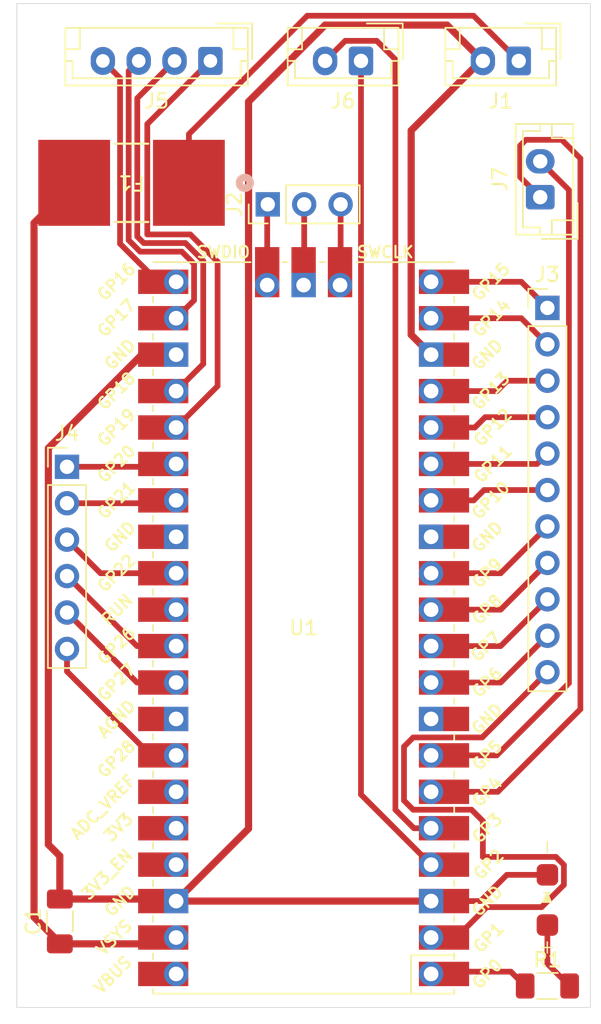
<source format=kicad_pcb>
(kicad_pcb (version 20240108) (generator "pcbnew") (generator_version "8.0")
  (layers (0 "F.Cu" signal) (31 "B.Cu" signal) (34 "B.Paste" user) (35 "F.Paste" user) (36 "B.SilkS" user "B.Silkscreen") (37 "F.SilkS" user "F.Silkscreen") (38 "B.Mask" user) (39 "F.Mask" user) (44 "Edge.Cuts" user))
  (net 0 "")
  (net 1 "GND")
  (net 2 "VCC")
  (net 3 "Net-(J1-Pin_1)")
  (net 4 "Net-(J2-Pin_1)")
  (net 5 "Net-(J2-Pin_2)")
  (net 6 "Net-(J2-Pin_3)")
  (net 7 "GPIO15")
  (net 8 "GPIO10")
  (net 9 "GPIO9")
  (net 10 "GPIO1")
  (net 11 "GPIO8")
  (net 12 "GPIO13")
  (net 13 "GPIO6")
  (net 14 "GPIO14")
  (net 15 "GPIO7")
  (net 16 "GPIO11")
  (net 17 "GPIO12")
  (net 18 "GPIO26")
  (net 19 "GPIO28")
  (net 20 "GPIO20")
  (net 21 "GPIO27")
  (net 22 "GPIO22")
  (net 23 "GPIO21")
  (net 24 "Net-(LED1-Pad1)")
  (net 25 "POWER_LED")
  (net 33 "SPI0_SCK")
  (net 34 "SPI0_CSn")
  (net 35 "SPI0_RX")
  (net 36 "SPI0_TX")
  (net 37 "I2C1_SDA")
  (net 38 "I2C1_SCL")
  (net 39 "UART1_RX")
  (net 40 "UART1_TX")
  (footprint "HSMS_C150:LED3_HSMx-C110_AVA" (layer "F.Cu") (at 182 118.5 90)
    (property "Reference" "LED1" (hide yes))
    (property "Value" "HSMS-C150")
    (fp_line (start 0.5 -0.25) (end 0.5 0.25) (stroke (width 0.1)) (layer "F.SilkS"))
    (fp_poly (pts (xy -0.755172 -0.037931) (xy -0.155172 -0.037931) (xy -0.155172 -0.337931) (xy 0.5 0) (xy -0.155172 0.262069) (xy -0.155172 -0.037931) (xy -0.755172 -0.037931)) (stroke (width 0.1)) (fill solid) (layer "F.SilkS"))
    (fp_text user "-" (at 3 0.5 90) (layer "F.SilkS") (effects (font (thickness 0.1)) (justify left bottom)))
    (fp_text user "+" (at -4 0.5 90) (layer "F.SilkS") (effects (font (thickness 0.1)) (justify left bottom)))
    (pad "1" smd roundrect (at -1.75 0 90) (size 1.5 1.5) (layers "F.Cu" "F.Paste" "F.Mask") (net 24 "Net-(LED1-Pad1)"))
    (pad "2" smd roundrect (at 1.75 0 90) (size 1.5 1.5) (layers "F.Cu" "F.Paste" "F.Mask") (net 1 "GND"))
  )
  (footprint "Connector_JST:JST_EH_B4B-EH-A_1x04_P2.50mm_Vertical" (layer "F.Cu") (at 158.5 60 180)
    (property "Reference" "J5" (at 3.75 -2.8 360) (layer "F.SilkS"))
    (property "Value" "SPI 0")
    (fp_line (start 10.11 2.31) (end 10.11 -1.71) (stroke (width 0.12)) (layer "F.SilkS"))
    (fp_line (start 10.11 0.81) (end 9.11 0.81) (stroke (width 0.12)) (layer "F.SilkS"))
    (fp_line (start 10.11 -1.71) (end -2.61 -1.71) (stroke (width 0.12)) (layer "F.SilkS"))
    (fp_line (start 9.61 0) (end 10.11 0) (stroke (width 0.12)) (layer "F.SilkS"))
    (fp_line (start 9.61 -1.21) (end 9.61 0) (stroke (width 0.12)) (layer "F.SilkS"))
    (fp_line (start 9.11 0.81) (end 9.11 2.31) (stroke (width 0.12)) (layer "F.SilkS"))
    (fp_line (start -1.61 0.81) (end -1.61 2.31) (stroke (width 0.12)) (layer "F.SilkS"))
    (fp_line (start -2.11 0) (end -2.11 -1.21) (stroke (width 0.12)) (layer "F.SilkS"))
    (fp_line (start -2.11 -1.21) (end 9.61 -1.21) (stroke (width 0.12)) (layer "F.SilkS"))
    (fp_line (start -2.61 2.31) (end 10.11 2.31) (stroke (width 0.12)) (layer "F.SilkS"))
    (fp_line (start -2.61 0.81) (end -1.61 0.81) (stroke (width 0.12)) (layer "F.SilkS"))
    (fp_line (start -2.61 0) (end -2.11 0) (stroke (width 0.12)) (layer "F.SilkS"))
    (fp_line (start -2.61 -1.71) (end -2.61 2.31) (stroke (width 0.12)) (layer "F.SilkS"))
    (fp_line (start -2.91 2.61) (end -0.41 2.61) (stroke (width 0.12)) (layer "F.SilkS"))
    (fp_line (start -2.91 0.11) (end -2.91 2.61) (stroke (width 0.12)) (layer "F.SilkS"))
    (pad "1" thru_hole roundrect (at 0 0 180) (size 1.7 1.95) (drill 0.95) (layers "*.Cu" "*.Mask") (roundrect_rratio 0.147059) (net 36 "SPI0_TX"))
    (pad "2" thru_hole oval (at 2.5 0 180) (size 1.7 1.95) (drill 0.95) (layers "*.Cu" "*.Mask") (net 33 "SPI0_SCK"))
    (pad "3" thru_hole oval (at 5 0 180) (size 1.7 1.95) (drill 0.95) (layers "*.Cu" "*.Mask") (net 34 "SPI0_CSn"))
    (pad "4" thru_hole oval (at 7.5 0 180) (size 1.7 1.95) (drill 0.95) (layers "*.Cu" "*.Mask") (net 35 "SPI0_RX"))
  )
  (footprint "Capacitor_SMD:C_1206_3216Metric_Pad1.33x1.80mm_HandSolder" (layer "F.Cu") (at 148 120 90)
    (property "Reference" "C1" (at 0 -1.85 90) (layer "F.SilkS"))
    (property "Value" "100nF")
    (fp_line (start -0.711252 -0.91) (end 0.711252 -0.91) (stroke (width 0.12)) (layer "F.SilkS"))
    (fp_line (start -0.711252 0.91) (end 0.711252 0.91) (stroke (width 0.12)) (layer "F.SilkS"))
    (pad "1" smd roundrect (at -1.5625 0 90) (size 1.325 1.8) (layers "F.Cu" "F.Paste" "F.Mask") (roundrect_rratio 0.188679) (net 2 "VCC"))
    (pad "2" smd roundrect (at 1.5625 0 90) (size 1.325 1.8) (layers "F.Cu" "F.Paste" "F.Mask") (roundrect_rratio 0.188679) (net 1 "GND"))
  )
  (footprint "FUSE_0031.7701.11_SCH:FUSE_0031.7701.11_SCH" (layer "F.Cu") (at 153 68.5 180)
    (property "Reference" "F1" (at 0 0 180) (layer "F.SilkS"))
    (property "Value" "0031.7701.11")
    (fp_circle (center -7.8994 0) (end -7.5184 0) (stroke (width 0.508)) (fill none) (layer "B.SilkS"))
    (fp_line (start 1.16536 -2.7305) (end -1.16536 -2.7305) (stroke (width 0.1524)) (layer "F.SilkS"))
    (fp_line (start -1.16536 2.7305) (end 1.16536 2.7305) (stroke (width 0.1524)) (layer "F.SilkS"))
    (fp_circle (center -7.8994 0) (end -7.5184 0) (stroke (width 0.508)) (fill none) (layer "F.SilkS"))
    (pad "1" smd rect (at -4 0 180) (size 5.0038 5.9944) (layers "F.Cu" "F.Paste" "F.Mask") (net 3 "Net-(J1-Pin_1)"))
    (pad "2" smd rect (at 4 0 180) (size 5.0038 5.9944) (layers "F.Cu" "F.Paste" "F.Mask") (net 2 "VCC"))
  )
  (footprint "Resistor_SMD:R_1206_3216Metric_Pad1.30x1.75mm_HandSolder" (layer "F.Cu") (at 182 124.5)
    (property "Reference" "R1" (at 0 -1.82 360) (layer "F.SilkS"))
    (property "Value" "330")
    (fp_line (start -0.727064 -0.91) (end 0.727064 -0.91) (stroke (width 0.12)) (layer "F.SilkS"))
    (fp_line (start -0.727064 0.91) (end 0.727064 0.91) (stroke (width 0.12)) (layer "F.SilkS"))
    (pad "1" smd roundrect (at -1.55 0) (size 1.3 1.75) (layers "F.Cu" "F.Paste" "F.Mask") (roundrect_rratio 0.192308) (net 25 "POWER_LED"))
    (pad "2" smd roundrect (at 1.55 0) (size 1.3 1.75) (layers "F.Cu" "F.Paste" "F.Mask") (roundrect_rratio 0.192308) (net 24 "Net-(LED1-Pad1)"))
  )
  (footprint "Connector_PinHeader_2.54mm:PinHeader_1x06_P2.54mm_Vertical" (layer "F.Cu") (at 148.5 88.3)
    (property "Reference" "J4" (at 0 -2.33 0) (layer "F.SilkS"))
    (property "Value" "Conn_01x06")
    (fp_line (start -1.33 -1.33) (end 0 -1.33) (stroke (width 0.12)) (layer "F.SilkS"))
    (fp_line (start -1.33 0) (end -1.33 -1.33) (stroke (width 0.12)) (layer "F.SilkS"))
    (fp_line (start -1.33 1.27) (end -1.33 14.03) (stroke (width 0.12)) (layer "F.SilkS"))
    (fp_line (start -1.33 1.27) (end 1.33 1.27) (stroke (width 0.12)) (layer "F.SilkS"))
    (fp_line (start -1.33 14.03) (end 1.33 14.03) (stroke (width 0.12)) (layer "F.SilkS"))
    (fp_line (start 1.33 1.27) (end 1.33 14.03) (stroke (width 0.12)) (layer "F.SilkS"))
    (pad "1" thru_hole rect (at 0 0) (size 1.7 1.7) (drill 1) (layers "*.Cu" "*.Mask") (net 20 "GPIO20"))
    (pad "2" thru_hole oval (at 0 2.54) (size 1.7 1.7) (drill 1) (layers "*.Cu" "*.Mask") (net 23 "GPIO21"))
    (pad "3" thru_hole oval (at 0 5.08) (size 1.7 1.7) (drill 1) (layers "*.Cu" "*.Mask") (net 22 "GPIO22"))
    (pad "4" thru_hole oval (at 0 7.62) (size 1.7 1.7) (drill 1) (layers "*.Cu" "*.Mask") (net 18 "GPIO26"))
    (pad "5" thru_hole oval (at 0 10.16) (size 1.7 1.7) (drill 1) (layers "*.Cu" "*.Mask") (net 21 "GPIO27"))
    (pad "6" thru_hole oval (at 0 12.7) (size 1.7 1.7) (drill 1) (layers "*.Cu" "*.Mask") (net 19 "GPIO28"))
  )
  (footprint "Connector_JST:JST_EH_B2B-EH-A_1x02_P2.50mm_Vertical" (layer "F.Cu") (at 181.5 69.5 90)
    (property "Reference" "J7" (at 1.25 -2.8 90) (layer "F.SilkS"))
    (property "Value" "UART 1")
    (fp_line (start 5.11 -1.71) (end -2.61 -1.71) (stroke (width 0.12)) (layer "F.SilkS"))
    (fp_line (start -2.61 -1.71) (end -2.61 2.31) (stroke (width 0.12)) (layer "F.SilkS"))
    (fp_line (start 4.61 -1.21) (end 4.61 0) (stroke (width 0.12)) (layer "F.SilkS"))
    (fp_line (start -2.11 -1.21) (end 4.61 -1.21) (stroke (width 0.12)) (layer "F.SilkS"))
    (fp_line (start 4.61 0) (end 5.11 0) (stroke (width 0.12)) (layer "F.SilkS"))
    (fp_line (start -2.11 0) (end -2.11 -1.21) (stroke (width 0.12)) (layer "F.SilkS"))
    (fp_line (start -2.61 0) (end -2.11 0) (stroke (width 0.12)) (layer "F.SilkS"))
    (fp_line (start -2.91 0.11) (end -2.91 2.61) (stroke (width 0.12)) (layer "F.SilkS"))
    (fp_line (start 5.11 0.81) (end 4.11 0.81) (stroke (width 0.12)) (layer "F.SilkS"))
    (fp_line (start 4.11 0.81) (end 4.11 2.31) (stroke (width 0.12)) (layer "F.SilkS"))
    (fp_line (start -1.61 0.81) (end -1.61 2.31) (stroke (width 0.12)) (layer "F.SilkS"))
    (fp_line (start -2.61 0.81) (end -1.61 0.81) (stroke (width 0.12)) (layer "F.SilkS"))
    (fp_line (start 5.11 2.31) (end 5.11 -1.71) (stroke (width 0.12)) (layer "F.SilkS"))
    (fp_line (start -2.61 2.31) (end 5.11 2.31) (stroke (width 0.12)) (layer "F.SilkS"))
    (fp_line (start -2.91 2.61) (end -0.41 2.61) (stroke (width 0.12)) (layer "F.SilkS"))
    (pad "1" thru_hole roundrect (at 0 0 90) (size 1.7 2) (drill 1) (layers "*.Cu" "*.Mask") (roundrect_rratio 0.147059) (net 40 "UART1_TX"))
    (pad "2" thru_hole oval (at 2.5 0 90) (size 1.7 2) (drill 1) (layers "*.Cu" "*.Mask") (net 39 "UART1_RX"))
  )
  (footprint "MCU_RaspberryPi_and_Boards:RPi_Pico_SMD_TH" (layer "F.Cu") (at 165 99.53 180)
    (property "Reference" "U1" (at 0 0 360) (layer "F.SilkS"))
    (property "Value" "Pico")
    (fp_line (start 10.5 25.5) (end 3.7 25.5) (stroke (width 0.12)) (layer "F.SilkS"))
    (fp_line (start 10.5 22.7) (end 10.5 23.1) (stroke (width 0.12)) (layer "F.SilkS"))
    (fp_line (start 10.5 20.1) (end 10.5 20.5) (stroke (width 0.12)) (layer "F.SilkS"))
    (fp_line (start 10.5 17.6) (end 10.5 18) (stroke (width 0.12)) (layer "F.SilkS"))
    (fp_line (start 10.5 15.1) (end 10.5 15.5) (stroke (width 0.12)) (layer "F.SilkS"))
    (fp_line (start 10.5 12.5) (end 10.5 12.9) (stroke (width 0.12)) (layer "F.SilkS"))
    (fp_line (start 10.5 10) (end 10.5 10.4) (stroke (width 0.12)) (layer "F.SilkS"))
    (fp_line (start 10.5 7.4) (end 10.5 7.8) (stroke (width 0.12)) (layer "F.SilkS"))
    (fp_line (start 10.5 4.9) (end 10.5 5.3) (stroke (width 0.12)) (layer "F.SilkS"))
    (fp_line (start 10.5 2.3) (end 10.5 2.7) (stroke (width 0.12)) (layer "F.SilkS"))
    (fp_line (start 10.5 -0.2) (end 10.5 0.2) (stroke (width 0.12)) (layer "F.SilkS"))
    (fp_line (start 10.5 -2.7) (end 10.5 -2.3) (stroke (width 0.12)) (layer "F.SilkS"))
    (fp_line (start 10.5 -5.3) (end 10.5 -4.9) (stroke (width 0.12)) (layer "F.SilkS"))
    (fp_line (start 10.5 -7.8) (end 10.5 -7.4) (stroke (width 0.12)) (layer "F.SilkS"))
    (fp_line (start 10.5 -10.4) (end 10.5 -10) (stroke (width 0.12)) (layer "F.SilkS"))
    (fp_line (start 10.5 -12.9) (end 10.5 -12.5) (stroke (width 0.12)) (layer "F.SilkS"))
    (fp_line (start 10.5 -15.4) (end 10.5 -15) (stroke (width 0.12)) (layer "F.SilkS"))
    (fp_line (start 10.5 -18) (end 10.5 -17.6) (stroke (width 0.12)) (layer "F.SilkS"))
    (fp_line (start 10.5 -20.5) (end 10.5 -20.1) (stroke (width 0.12)) (layer "F.SilkS"))
    (fp_line (start 10.5 -23.1) (end 10.5 -22.7) (stroke (width 0.12)) (layer "F.SilkS"))
    (fp_line (start 10.5 -25.5) (end 10.5 -25.2) (stroke (width 0.12)) (layer "F.SilkS"))
    (fp_line (start 1.1 25.5) (end 1.5 25.5) (stroke (width 0.12)) (layer "F.SilkS"))
    (fp_line (start -1.5 25.5) (end -1.1 25.5) (stroke (width 0.12)) (layer "F.SilkS"))
    (fp_line (start -3.7 25.5) (end -10.5 25.5) (stroke (width 0.12)) (layer "F.SilkS"))
    (fp_line (start -7.493 -22.833) (end -7.493 -25.5) (stroke (width 0.12)) (layer "F.SilkS"))
    (fp_line (start -10.5 22.7) (end -10.5 23.1) (stroke (width 0.12)) (layer "F.SilkS"))
    (fp_line (start -10.5 20.1) (end -10.5 20.5) (stroke (width 0.12)) (layer "F.SilkS"))
    (fp_line (start -10.5 17.6) (end -10.5 18) (stroke (width 0.12)) (layer "F.SilkS"))
    (fp_line (start -10.5 15.1) (end -10.5 15.5) (stroke (width 0.12)) (layer "F.SilkS"))
    (fp_line (start -10.5 12.5) (end -10.5 12.9) (stroke (width 0.12)) (layer "F.SilkS"))
    (fp_line (start -10.5 10) (end -10.5 10.4) (stroke (width 0.12)) (layer "F.SilkS"))
    (fp_line (start -10.5 7.4) (end -10.5 7.8) (stroke (width 0.12)) (layer "F.SilkS"))
    (fp_line (start -10.5 4.9) (end -10.5 5.3) (stroke (width 0.12)) (layer "F.SilkS"))
    (fp_line (start -10.5 2.3) (end -10.5 2.7) (stroke (width 0.12)) (layer "F.SilkS"))
    (fp_line (start -10.5 -0.2) (end -10.5 0.2) (stroke (width 0.12)) (layer "F.SilkS"))
    (fp_line (start -10.5 -2.7) (end -10.5 -2.3) (stroke (width 0.12)) (layer "F.SilkS"))
    (fp_line (start -10.5 -5.3) (end -10.5 -4.9) (stroke (width 0.12)) (layer "F.SilkS"))
    (fp_line (start -10.5 -7.8) (end -10.5 -7.4) (stroke (width 0.12)) (layer "F.SilkS"))
    (fp_line (start -10.5 -10.4) (end -10.5 -10) (stroke (width 0.12)) (layer "F.SilkS"))
    (fp_line (start -10.5 -12.9) (end -10.5 -12.5) (stroke (width 0.12)) (layer "F.SilkS"))
    (fp_line (start -10.5 -15.4) (end -10.5 -15) (stroke (width 0.12)) (layer "F.SilkS"))
    (fp_line (start -10.5 -18) (end -10.5 -17.6) (stroke (width 0.12)) (layer "F.SilkS"))
    (fp_line (start -10.5 -20.5) (end -10.5 -20.1) (stroke (width 0.12)) (layer "F.SilkS"))
    (fp_line (start -10.5 -22.833) (end -7.493 -22.833) (stroke (width 0.12)) (layer "F.SilkS"))
    (fp_line (start -10.5 -23.1) (end -10.5 -22.7) (stroke (width 0.12)) (layer "F.SilkS"))
    (fp_line (start -10.5 -25.5) (end 10.5 -25.5) (stroke (width 0.12)) (layer "F.SilkS"))
    (fp_line (start -10.5 -25.5) (end -10.5 -25.2) (stroke (width 0.12)) (layer "F.SilkS"))
    (fp_text user "GP22" (at 13.054 3.81 45) (layer "F.SilkS") (effects (font (size 0.8 0.8))))
    (fp_text user "GP5" (at -12.8 -8.89 45) (layer "F.SilkS") (effects (font (size 0.8 0.8))))
    (fp_text user "GP1" (at -12.9 -21.6 45) (layer "F.SilkS") (effects (font (size 0.8 0.8))))
    (fp_text user "GP4" (at -12.8 -11.43 45) (layer "F.SilkS") (effects (font (size 0.8 0.8))))
    (fp_text user "GP28" (at 13.054 -9.144 45) (layer "F.SilkS") (effects (font (size 0.8 0.8))))
    (fp_text user "GP2" (at -12.9 -16.51 45) (layer "F.SilkS") (effects (font (size 0.8 0.8))))
    (fp_text user "GP17" (at 13.054 21.59 45) (layer "F.SilkS") (effects (font (size 0.8 0.8))))
    (fp_text user "GP0" (at -12.8 -24.13 45) (layer "F.SilkS") (effects (font (size 0.8 0.8))))
    (fp_text user "GP16" (at 13.054 24.13 45) (layer "F.SilkS") (effects (font (size 0.8 0.8))))
    (fp_text user "GP27" (at 13.054 -3.8 45) (layer "F.SilkS") (effects (font (size 0.8 0.8))))
    (fp_text user "SWDIO" (at 5.6 26.2 360) (layer "F.SilkS") (effects (font (size 0.8 0.8))))
    (fp_text user "GP21" (at 13.054 8.9 45) (layer "F.SilkS") (effects (font (size 0.8 0.8))))
    (fp_text user "GND" (at -12.8 19.05 45) (layer "F.SilkS") (effects (font (size 0.8 0.8))))
    (fp_text user "GP18" (at 13.054 16.51 45) (layer "F.SilkS") (effects (font (size 0.8 0.8))))
    (fp_text user "VBUS" (at 13.3 -24.2 45) (layer "F.SilkS") (effects (font (size 0.8 0.8))))
    (fp_text user "SWCLK" (at -5.7 26.2 360) (layer "F.SilkS") (effects (font (size 0.8 0.8))))
    (fp_text user "GP3" (at -12.8 -13.97 45) (layer "F.SilkS") (effects (font (size 0.8 0.8))))
    (fp_text user "RUN" (at 13 1.27 45) (layer "F.SilkS") (effects (font (size 0.8 0.8))))
    (fp_text user "3V3" (at 12.9 -13.9 45) (layer "F.SilkS") (effects (font (size 0.8 0.8))))
    (fp_text user "GND" (at 12.8 -19.05 45) (layer "F.SilkS") (effects (font (size 0.8 0.8))))
    (fp_text user "GND" (at -12.8 -6.35 45) (layer "F.SilkS") (effects (font (size 0.8 0.8))))
    (fp_text user "AGND" (at 13.054 -6.35 45) (layer "F.SilkS") (effects (font (size 0.8 0.8))))
    (fp_text user "GND" (at 12.8 6.35 45) (layer "F.SilkS") (effects (font (size 0.8 0.8))))
    (fp_text user "GP13" (at -13.054 16.51 45) (layer "F.SilkS") (effects (font (size 0.8 0.8))))
    (fp_text user "GP19" (at 13.054 13.97 45) (layer "F.SilkS") (effects (font (size 0.8 0.8))))
    (fp_text user "GP20" (at 13.054 11.43 45) (layer "F.SilkS") (effects (font (size 0.8 0.8))))
    (fp_text user "GP15" (at -13.054 24.13 45) (layer "F.SilkS") (effects (font (size 0.8 0.8))))
    (fp_text user "GP26" (at 13.054 -1.27 45) (layer "F.SilkS") (effects (font (size 0.8 0.8))))
    (fp_text user "GND" (at 12.8 19.05 45) (layer "F.SilkS") (effects (font (size 0.8 0.8))))
    (fp_text user "GP6" (at -12.8 -3.81 45) (layer "F.SilkS") (effects (font (size 0.8 0.8))))
    (fp_text user "3V3_EN" (at 13.7 -17.2 45) (layer "F.SilkS") (effects (font (size 0.8 0.8))))
    (fp_text user "VSYS" (at 13.2 -21.59 45) (layer "F.SilkS") (effects (font (size 0.8 0.8))))
    (fp_text user "GND" (at -12.8 -19.05 45) (layer "F.SilkS") (effects (font (size 0.8 0.8))))
    (fp_text user "GP12" (at -13.2 13.97 45) (layer "F.SilkS") (effects (font (size 0.8 0.8))))
    (fp_text user "GP14" (at -13.1 21.59 45) (layer "F.SilkS") (effects (font (size 0.8 0.8))))
    (fp_text user "GP9" (at -12.8 3.81 45) (layer "F.SilkS") (effects (font (size 0.8 0.8))))
    (fp_text user "ADC_VREF" (at 14 -12.5 45) (layer "F.SilkS") (effects (font (size 0.8 0.8))))
    (fp_text user "GP10" (at -13.054 8.89 45) (layer "F.SilkS") (effects (font (size 0.8 0.8))))
    (fp_text user "GND" (at -12.8 6.35 45) (layer "F.SilkS") (effects (font (size 0.8 0.8))))
    (fp_text user "GP7" (at -12.7 -1.3 45) (layer "F.SilkS") (effects (font (size 0.8 0.8))))
    (fp_text user "GP11" (at -13.2 11.43 45) (layer "F.SilkS") (effects (font (size 0.8 0.8))))
    (fp_text user "GP8" (at -12.8 1.27 45) (layer "F.SilkS") (effects (font (size 0.8 0.8))))
    (pad "" np_thru_hole oval (at -2.725 -24 180) (size 1.8 1.8) (drill 1.8) (layers "*.Cu" "*.Mask"))
    (pad "" np_thru_hole oval (at -2.425 -20.97 180) (size 1.5 1.5) (drill 1.5) (layers "*.Cu" "*.Mask"))
    (pad "" np_thru_hole oval (at 2.425 -20.97 180) (size 1.5 1.5) (drill 1.5) (layers "*.Cu" "*.Mask"))
    (pad "" np_thru_hole oval (at 2.725 -24 180) (size 1.8 1.8) (drill 1.8) (layers "*.Cu" "*.Mask"))
    (pad "1" thru_hole oval (at -8.89 -24.13 180) (size 1.7 1.7) (drill 1.02) (layers "*.Cu" "*.Mask") (net 25 "POWER_LED"))
    (pad "1" smd rect (at -8.89 -24.13 180) (size 3.5 1.7) (drill (offset -0.9 0)) (layers "F.Cu" "F.Mask") (net 25 "POWER_LED"))
    (pad "2" thru_hole oval (at -8.89 -21.59 180) (size 1.7 1.7) (drill 1.02) (layers "*.Cu" "*.Mask") (net 10 "GPIO1"))
    (pad "2" smd rect (at -8.89 -21.59 180) (size 3.5 1.7) (drill (offset -0.9 0)) (layers "F.Cu" "F.Mask") (net 10 "GPIO1"))
    (pad "3" thru_hole rect (at -8.89 -19.05 180) (size 1.7 1.7) (drill 1.02) (layers "*.Cu" "*.Mask") (net 1 "GND"))
    (pad "3" smd rect (at -8.89 -19.05 180) (size 3.5 1.7) (drill (offset -0.9 0)) (layers "F.Cu" "F.Mask") (net 1 "GND"))
    (pad "4" thru_hole oval (at -8.89 -16.51 180) (size 1.7 1.7) (drill 1.02) (layers "*.Cu" "*.Mask") (net 37 "I2C1_SDA"))
    (pad "4" smd rect (at -8.89 -16.51 180) (size 3.5 1.7) (drill (offset -0.9 0)) (layers "F.Cu" "F.Mask") (net 37 "I2C1_SDA"))
    (pad "5" thru_hole oval (at -8.89 -13.97 180) (size 1.7 1.7) (drill 1.02) (layers "*.Cu" "*.Mask") (net 38 "I2C1_SCL"))
    (pad "5" smd rect (at -8.89 -13.97 180) (size 3.5 1.7) (drill (offset -0.9 0)) (layers "F.Cu" "F.Mask") (net 38 "I2C1_SCL"))
    (pad "6" thru_hole oval (at -8.89 -11.43 180) (size 1.7 1.7) (drill 1.02) (layers "*.Cu" "*.Mask") (net 40 "UART1_TX"))
    (pad "6" smd rect (at -8.89 -11.43 180) (size 3.5 1.7) (drill (offset -0.9 0)) (layers "F.Cu" "F.Mask") (net 40 "UART1_TX"))
    (pad "7" thru_hole oval (at -8.89 -8.89 180) (size 1.7 1.7) (drill 1.02) (layers "*.Cu" "*.Mask") (net 39 "UART1_RX"))
    (pad "7" smd rect (at -8.89 -8.89 180) (size 3.5 1.7) (drill (offset -0.9 0)) (layers "F.Cu" "F.Mask") (net 39 "UART1_RX"))
    (pad "8" thru_hole rect (at -8.89 -6.35 180) (size 1.7 1.7) (drill 1.02) (layers "*.Cu" "*.Mask"))
    (pad "8" smd rect (at -8.89 -6.35 180) (size 3.5 1.7) (drill (offset -0.9 0)) (layers "F.Cu" "F.Mask"))
    (pad "9" thru_hole oval (at -8.89 -3.81 180) (size 1.7 1.7) (drill 1.02) (layers "*.Cu" "*.Mask") (net 13 "GPIO6"))
    (pad "9" smd rect (at -8.89 -3.81 180) (size 3.5 1.7) (drill (offset -0.9 0)) (layers "F.Cu" "F.Mask") (net 13 "GPIO6"))
    (pad "10" thru_hole oval (at -8.89 -1.27 180) (size 1.7 1.7) (drill 1.02) (layers "*.Cu" "*.Mask") (net 15 "GPIO7"))
    (pad "10" smd rect (at -8.89 -1.27 180) (size 3.5 1.7) (drill (offset -0.9 0)) (layers "F.Cu" "F.Mask") (net 15 "GPIO7"))
    (pad "11" thru_hole oval (at -8.89 1.27 180) (size 1.7 1.7) (drill 1.02) (layers "*.Cu" "*.Mask") (net 11 "GPIO8"))
    (pad "11" smd rect (at -8.89 1.27 180) (size 3.5 1.7) (drill (offset -0.9 0)) (layers "F.Cu" "F.Mask") (net 11 "GPIO8"))
    (pad "12" thru_hole oval (at -8.89 3.81 180) (size 1.7 1.7) (drill 1.02) (layers "*.Cu" "*.Mask") (net 9 "GPIO9"))
    (pad "12" smd rect (at -8.89 3.81 180) (size 3.5 1.7) (drill (offset -0.9 0)) (layers "F.Cu" "F.Mask") (net 9 "GPIO9"))
    (pad "13" thru_hole rect (at -8.89 6.35 180) (size 1.7 1.7) (drill 1.02) (layers "*.Cu" "*.Mask"))
    (pad "13" smd rect (at -8.89 6.35 180) (size 3.5 1.7) (drill (offset -0.9 0)) (layers "F.Cu" "F.Mask"))
    (pad "14" thru_hole oval (at -8.89 8.89 180) (size 1.7 1.7) (drill 1.02) (layers "*.Cu" "*.Mask") (net 8 "GPIO10"))
    (pad "14" smd rect (at -8.89 8.89 180) (size 3.5 1.7) (drill (offset -0.9 0)) (layers "F.Cu" "F.Mask") (net 8 "GPIO10"))
    (pad "15" thru_hole oval (at -8.89 11.43 180) (size 1.7 1.7) (drill 1.02) (layers "*.Cu" "*.Mask") (net 16 "GPIO11"))
    (pad "15" smd rect (at -8.89 11.43 180) (size 3.5 1.7) (drill (offset -0.9 0)) (layers "F.Cu" "F.Mask") (net 16 "GPIO11"))
    (pad "16" thru_hole oval (at -8.89 13.97 180) (size 1.7 1.7) (drill 1.02) (layers "*.Cu" "*.Mask") (net 17 "GPIO12"))
    (pad "16" smd rect (at -8.89 13.97 180) (size 3.5 1.7) (drill (offset -0.9 0)) (layers "F.Cu" "F.Mask") (net 17 "GPIO12"))
    (pad "17" thru_hole oval (at -8.89 16.51 180) (size 1.7 1.7) (drill 1.02) (layers "*.Cu" "*.Mask") (net 12 "GPIO13"))
    (pad "17" smd rect (at -8.89 16.51 180) (size 3.5 1.7) (drill (offset -0.9 0)) (layers "F.Cu" "F.Mask") (net 12 "GPIO13"))
    (pad "18" thru_hole rect (at -8.89 19.05 180) (size 1.7 1.7) (drill 1.02) (layers "*.Cu" "*.Mask") (net 1 "GND"))
    (pad "18" smd rect (at -8.89 19.05 180) (size 3.5 1.7) (drill (offset -0.9 0)) (layers "F.Cu" "F.Mask") (net 1 "GND"))
    (pad "19" thru_hole oval (at -8.89 21.59 180) (size 1.7 1.7) (drill 1.02) (layers "*.Cu" "*.Mask") (net 14 "GPIO14"))
    (pad "19" smd rect (at -8.89 21.59 180) (size 3.5 1.7) (drill (offset -0.9 0)) (layers "F.Cu" "F.Mask") (net 14 "GPIO14"))
    (pad "20" thru_hole oval (at -8.89 24.13 180) (size 1.7 1.7) (drill 1.02) (layers "*.Cu" "*.Mask") (net 7 "GPIO15"))
    (pad "20" smd rect (at -8.89 24.13 180) (size 3.5 1.7) (drill (offset -0.9 0)) (layers "F.Cu" "F.Mask") (net 7 "GPIO15"))
    (pad "21" thru_hole oval (at 8.89 24.13 180) (size 1.7 1.7) (drill 1.02) (layers "*.Cu" "*.Mask") (net 35 "SPI0_RX"))
    (pad "21" smd rect (at 8.89 24.13 180) (size 3.5 1.7) (drill (offset 0.9 0)) (layers "F.Cu" "F.Mask") (net 35 "SPI0_RX"))
    (pad "22" thru_hole oval (at 8.89 21.59 180) (size 1.7 1.7) (drill 1.02) (layers "*.Cu" "*.Mask") (net 34 "SPI0_CSn"))
    (pad "22" smd rect (at 8.89 21.59 180) (size 3.5 1.7) (drill (offset 0.9 0)) (layers "F.Cu" "F.Mask") (net 34 "SPI0_CSn"))
    (pad "23" thru_hole rect (at 8.89 19.05 180) (size 1.7 1.7) (drill 1.02) (layers "*.Cu" "*.Mask") (net 1 "GND"))
    (pad "23" smd rect (at 8.89 19.05 180) (size 3.5 1.7) (drill (offset 0.9 0)) (layers "F.Cu" "F.Mask") (net 1 "GND"))
    (pad "24" thru_hole oval (at 8.89 16.51 180) (size 1.7 1.7) (drill 1.02) (layers "*.Cu" "*.Mask") (net 33 "SPI0_SCK"))
    (pad "24" smd rect (at 8.89 16.51 180) (size 3.5 1.7) (drill (offset 0.9 0)) (layers "F.Cu" "F.Mask") (net 33 "SPI0_SCK"))
    (pad "25" thru_hole oval (at 8.89 13.97 180) (size 1.7 1.7) (drill 1.02) (layers "*.Cu" "*.Mask") (net 36 "SPI0_TX"))
    (pad "25" smd rect (at 8.89 13.97 180) (size 3.5 1.7) (drill (offset 0.9 0)) (layers "F.Cu" "F.Mask") (net 36 "SPI0_TX"))
    (pad "26" thru_hole oval (at 8.89 11.43 180) (size 1.7 1.7) (drill 1.02) (layers "*.Cu" "*.Mask") (net 20 "GPIO20"))
    (pad "26" smd rect (at 8.89 11.43 180) (size 3.5 1.7) (drill (offset 0.9 0)) (layers "F.Cu" "F.Mask") (net 20 "GPIO20"))
    (pad "27" thru_hole oval (at 8.89 8.89 180) (size 1.7 1.7) (drill 1.02) (layers "*.Cu" "*.Mask") (net 23 "GPIO21"))
    (pad "27" smd rect (at 8.89 8.89 180) (size 3.5 1.7) (drill (offset 0.9 0)) (layers "F.Cu" "F.Mask") (net 23 "GPIO21"))
    (pad "28" thru_hole rect (at 8.89 6.35 180) (size 1.7 1.7) (drill 1.02) (layers "*.Cu" "*.Mask"))
    (pad "28" smd rect (at 8.89 6.35 180) (size 3.5 1.7) (drill (offset 0.9 0)) (layers "F.Cu" "F.Mask"))
    (pad "29" thru_hole oval (at 8.89 3.81 180) (size 1.7 1.7) (drill 1.02) (layers "*.Cu" "*.Mask") (net 22 "GPIO22"))
    (pad "29" smd rect (at 8.89 3.81 180) (size 3.5 1.7) (drill (offset 0.9 0)) (layers "F.Cu" "F.Mask") (net 22 "GPIO22"))
    (pad "30" thru_hole oval (at 8.89 1.27 180) (size 1.7 1.7) (drill 1.02) (layers "*.Cu" "*.Mask"))
    (pad "30" smd rect (at 8.89 1.27 180) (size 3.5 1.7) (drill (offset 0.9 0)) (layers "F.Cu" "F.Mask"))
    (pad "31" thru_hole oval (at 8.89 -1.27 180) (size 1.7 1.7) (drill 1.02) (layers "*.Cu" "*.Mask") (net 18 "GPIO26"))
    (pad "31" smd rect (at 8.89 -1.27 180) (size 3.5 1.7) (drill (offset 0.9 0)) (layers "F.Cu" "F.Mask") (net 18 "GPIO26"))
    (pad "32" thru_hole oval (at 8.89 -3.81 180) (size 1.7 1.7) (drill 1.02) (layers "*.Cu" "*.Mask") (net 21 "GPIO27"))
    (pad "32" smd rect (at 8.89 -3.81 180) (size 3.5 1.7) (drill (offset 0.9 0)) (layers "F.Cu" "F.Mask") (net 21 "GPIO27"))
    (pad "33" thru_hole rect (at 8.89 -6.35 180) (size 1.7 1.7) (drill 1.02) (layers "*.Cu" "*.Mask"))
    (pad "33" smd rect (at 8.89 -6.35 180) (size 3.5 1.7) (drill (offset 0.9 0)) (layers "F.Cu" "F.Mask"))
    (pad "34" thru_hole oval (at 8.89 -8.89 180) (size 1.7 1.7) (drill 1.02) (layers "*.Cu" "*.Mask") (net 19 "GPIO28"))
    (pad "34" smd rect (at 8.89 -8.89 180) (size 3.5 1.7) (drill (offset 0.9 0)) (layers "F.Cu" "F.Mask") (net 19 "GPIO28"))
    (pad "35" thru_hole oval (at 8.89 -11.43 180) (size 1.7 1.7) (drill 1.02) (layers "*.Cu" "*.Mask"))
    (pad "35" smd rect (at 8.89 -11.43 180) (size 3.5 1.7) (drill (offset 0.9 0)) (layers "F.Cu" "F.Mask"))
    (pad "36" thru_hole oval (at 8.89 -13.97 180) (size 1.7 1.7) (drill 1.02) (layers "*.Cu" "*.Mask"))
    (pad "36" smd rect (at 8.89 -13.97 180) (size 3.5 1.7) (drill (offset 0.9 0)) (layers "F.Cu" "F.Mask"))
    (pad "37" thru_hole oval (at 8.89 -16.51 180) (size 1.7 1.7) (drill 1.02) (layers "*.Cu" "*.Mask"))
    (pad "37" smd rect (at 8.89 -16.51 180) (size 3.5 1.7) (drill (offset 0.9 0)) (layers "F.Cu" "F.Mask"))
    (pad "38" thru_hole rect (at 8.89 -19.05 180) (size 1.7 1.7) (drill 1.02) (layers "*.Cu" "*.Mask") (net 1 "GND"))
    (pad "38" smd rect (at 8.89 -19.05 180) (size 3.5 1.7) (drill (offset 0.9 0)) (layers "F.Cu" "F.Mask") (net 1 "GND"))
    (pad "39" thru_hole oval (at 8.89 -21.59 180) (size 1.7 1.7) (drill 1.02) (layers "*.Cu" "*.Mask") (net 2 "VCC"))
    (pad "39" smd rect (at 8.89 -21.59 180) (size 3.5 1.7) (drill (offset 0.9 0)) (layers "F.Cu" "F.Mask") (net 2 "VCC"))
    (pad "40" thru_hole oval (at 8.89 -24.13 180) (size 1.7 1.7) (drill 1.02) (layers "*.Cu" "*.Mask"))
    (pad "40" smd rect (at 8.89 -24.13 180) (size 3.5 1.7) (drill (offset 0.9 0)) (layers "F.Cu" "F.Mask"))
    (pad "41" thru_hole oval (at -2.54 23.9 180) (size 1.7 1.7) (drill 1.02) (layers "*.Cu" "*.Mask") (net 6 "Net-(J2-Pin_3)"))
    (pad "41" smd rect (at -2.54 23.9 270) (size 3.5 1.7) (drill (offset -0.9 0)) (layers "F.Cu" "F.Mask") (net 6 "Net-(J2-Pin_3)"))
    (pad "42" thru_hole rect (at 0 23.9 180) (size 1.7 1.7) (drill 1.02) (layers "*.Cu" "*.Mask") (net 5 "Net-(J2-Pin_2)"))
    (pad "42" smd rect (at 0 23.9 270) (size 3.5 1.7) (drill (offset -0.9 0)) (layers "F.Cu" "F.Mask") (net 5 "Net-(J2-Pin_2)"))
    (pad "43" thru_hole oval (at 2.54 23.9 180) (size 1.7 1.7) (drill 1.02) (layers "*.Cu" "*.Mask") (net 4 "Net-(J2-Pin_1)"))
    (pad "43" smd rect (at 2.54 23.9 270) (size 3.5 1.7) (drill (offset -0.9 0)) (layers "F.Cu" "F.Mask") (net 4 "Net-(J2-Pin_1)"))
  )
  (footprint "Connector_PinHeader_2.54mm:PinHeader_1x03_P2.54mm_Vertical" (layer "F.Cu") (at 162.5 70 90)
    (property "Reference" "J2" (at 0 -2.33 90) (layer "F.SilkS"))
    (property "Value" "SWD")
    (fp_line (start -1.33 -1.33) (end 0 -1.33) (stroke (width 0.12)) (layer "F.SilkS"))
    (fp_line (start -1.33 0) (end -1.33 -1.33) (stroke (width 0.12)) (layer "F.SilkS"))
    (fp_line (start 1.33 1.27) (end 1.33 6.41) (stroke (width 0.12)) (layer "F.SilkS"))
    (fp_line (start -1.33 1.27) (end 1.33 1.27) (stroke (width 0.12)) (layer "F.SilkS"))
    (fp_line (start -1.33 1.27) (end -1.33 6.41) (stroke (width 0.12)) (layer "F.SilkS"))
    (fp_line (start -1.33 6.41) (end 1.33 6.41) (stroke (width 0.12)) (layer "F.SilkS"))
    (pad "1" thru_hole rect (at 0 0 90) (size 1.7 1.7) (drill 1) (layers "*.Cu" "*.Mask") (net 4 "Net-(J2-Pin_1)"))
    (pad "2" thru_hole oval (at 0 2.54 90) (size 1.7 1.7) (drill 1) (layers "*.Cu" "*.Mask") (net 5 "Net-(J2-Pin_2)"))
    (pad "3" thru_hole oval (at 0 5.08 90) (size 1.7 1.7) (drill 1) (layers "*.Cu" "*.Mask") (net 6 "Net-(J2-Pin_3)"))
  )
  (footprint "Connector_JST:JST_EH_B2B-EH-A_1x02_P2.50mm_Vertical" (layer "F.Cu") (at 180 60 180)
    (property "Reference" "J1" (at 1.25 -2.8 360) (layer "F.SilkS"))
    (property "Value" "Conn_01x02")
    (fp_line (start 5.11 2.31) (end 5.11 -1.71) (stroke (width 0.12)) (layer "F.SilkS"))
    (fp_line (start 5.11 0.81) (end 4.11 0.81) (stroke (width 0.12)) (layer "F.SilkS"))
    (fp_line (start 5.11 -1.71) (end -2.61 -1.71) (stroke (width 0.12)) (layer "F.SilkS"))
    (fp_line (start 4.61 0) (end 5.11 0) (stroke (width 0.12)) (layer "F.SilkS"))
    (fp_line (start 4.61 -1.21) (end 4.61 0) (stroke (width 0.12)) (layer "F.SilkS"))
    (fp_line (start 4.11 0.81) (end 4.11 2.31) (stroke (width 0.12)) (layer "F.SilkS"))
    (fp_line (start -1.61 0.81) (end -1.61 2.31) (stroke (width 0.12)) (layer "F.SilkS"))
    (fp_line (start -2.11 0) (end -2.11 -1.21) (stroke (width 0.12)) (layer "F.SilkS"))
    (fp_line (start -2.11 -1.21) (end 4.61 -1.21) (stroke (width 0.12)) (layer "F.SilkS"))
    (fp_line (start -2.61 2.31) (end 5.11 2.31) (stroke (width 0.12)) (layer "F.SilkS"))
    (fp_line (start -2.61 0.81) (end -1.61 0.81) (stroke (width 0.12)) (layer "F.SilkS"))
    (fp_line (start -2.61 0) (end -2.11 0) (stroke (width 0.12)) (layer "F.SilkS"))
    (fp_line (start -2.61 -1.71) (end -2.61 2.31) (stroke (width 0.12)) (layer "F.SilkS"))
    (fp_line (start -2.91 2.61) (end -0.41 2.61) (stroke (width 0.12)) (layer "F.SilkS"))
    (fp_line (start -2.91 0.11) (end -2.91 2.61) (stroke (width 0.12)) (layer "F.SilkS"))
    (pad "1" thru_hole roundrect (at 0 0 180) (size 1.7 2) (drill 1) (layers "*.Cu" "*.Mask") (roundrect_rratio 0.147059) (net 3 "Net-(J1-Pin_1)"))
    (pad "2" thru_hole oval (at 2.5 0 180) (size 1.7 2) (drill 1) (layers "*.Cu" "*.Mask") (net 1 "GND"))
  )
  (footprint "Connector_PinHeader_2.54mm:PinHeader_1x11_P2.54mm_Vertical" (layer "F.Cu") (at 182 77.22)
    (property "Reference" "J3" (at 0 -2.33 360) (layer "F.SilkS"))
    (property "Value" "PORT A")
    (fp_line (start -1.33 -1.33) (end 0 -1.33) (stroke (width 0.12)) (layer "F.SilkS"))
    (fp_line (start -1.33 0) (end -1.33 -1.33) (stroke (width 0.12)) (layer "F.SilkS"))
    (fp_line (start -1.33 1.27) (end -1.33 26.73) (stroke (width 0.12)) (layer "F.SilkS"))
    (fp_line (start -1.33 1.27) (end 1.33 1.27) (stroke (width 0.12)) (layer "F.SilkS"))
    (fp_line (start -1.33 26.73) (end 1.33 26.73) (stroke (width 0.12)) (layer "F.SilkS"))
    (fp_line (start 1.33 1.27) (end 1.33 26.73) (stroke (width 0.12)) (layer "F.SilkS"))
    (pad "1" thru_hole rect (at 0 0) (size 1.7 1.7) (drill 1) (layers "*.Cu" "*.Mask") (net 7 "GPIO15"))
    (pad "2" thru_hole oval (at 0 2.54) (size 1.7 1.7) (drill 1) (layers "*.Cu" "*.Mask") (net 14 "GPIO14"))
    (pad "3" thru_hole oval (at 0 5.08) (size 1.7 1.7) (drill 1) (layers "*.Cu" "*.Mask") (net 12 "GPIO13"))
    (pad "4" thru_hole oval (at 0 7.62) (size 1.7 1.7) (drill 1) (layers "*.Cu" "*.Mask") (net 17 "GPIO12"))
    (pad "5" thru_hole oval (at 0 10.16) (size 1.7 1.7) (drill 1) (layers "*.Cu" "*.Mask") (net 16 "GPIO11"))
    (pad "6" thru_hole oval (at 0 12.7) (size 1.7 1.7) (drill 1) (layers "*.Cu" "*.Mask") (net 8 "GPIO10"))
    (pad "7" thru_hole oval (at 0 15.24) (size 1.7 1.7) (drill 1) (layers "*.Cu" "*.Mask") (net 9 "GPIO9"))
    (pad "8" thru_hole oval (at 0 17.78) (size 1.7 1.7) (drill 1) (layers "*.Cu" "*.Mask") (net 11 "GPIO8"))
    (pad "9" thru_hole oval (at 0 20.32) (size 1.7 1.7) (drill 1) (layers "*.Cu" "*.Mask") (net 15 "GPIO7"))
    (pad "10" thru_hole oval (at 0 22.86) (size 1.7 1.7) (drill 1) (layers "*.Cu" "*.Mask") (net 13 "GPIO6"))
    (pad "11" thru_hole oval (at 0 25.4) (size 1.7 1.7) (drill 1) (layers "*.Cu" "*.Mask") (net 10 "GPIO1"))
  )
  (footprint "Connector_JST:JST_EH_B2B-EH-A_1x02_P2.50mm_Vertical" (layer "F.Cu") (at 169 60 180)
    (property "Reference" "J6" (at 1.25 -2.8 360) (layer "F.SilkS"))
    (property "Value" "I2C 1")
    (fp_line (start 5.11 2.31) (end 5.11 -1.71) (stroke (width 0.12)) (layer "F.SilkS"))
    (fp_line (start 5.11 0.81) (end 4.11 0.81) (stroke (width 0.12)) (layer "F.SilkS"))
    (fp_line (start 5.11 -1.71) (end -2.61 -1.71) (stroke (width 0.12)) (layer "F.SilkS"))
    (fp_line (start 4.61 0) (end 5.11 0) (stroke (width 0.12)) (layer "F.SilkS"))
    (fp_line (start 4.61 -1.21) (end 4.61 0) (stroke (width 0.12)) (layer "F.SilkS"))
    (fp_line (start 4.11 0.81) (end 4.11 2.31) (stroke (width 0.12)) (layer "F.SilkS"))
    (fp_line (start -1.61 0.81) (end -1.61 2.31) (stroke (width 0.12)) (layer "F.SilkS"))
    (fp_line (start -2.11 0) (end -2.11 -1.21) (stroke (width 0.12)) (layer "F.SilkS"))
    (fp_line (start -2.11 -1.21) (end 4.61 -1.21) (stroke (width 0.12)) (layer "F.SilkS"))
    (fp_line (start -2.61 2.31) (end 5.11 2.31) (stroke (width 0.12)) (layer "F.SilkS"))
    (fp_line (start -2.61 0.81) (end -1.61 0.81) (stroke (width 0.12)) (layer "F.SilkS"))
    (fp_line (start -2.61 0) (end -2.11 0) (stroke (width 0.12)) (layer "F.SilkS"))
    (fp_line (start -2.61 -1.71) (end -2.61 2.31) (stroke (width 0.12)) (layer "F.SilkS"))
    (fp_line (start -2.91 2.61) (end -0.41 2.61) (stroke (width 0.12)) (layer "F.SilkS"))
    (fp_line (start -2.91 0.11) (end -2.91 2.61) (stroke (width 0.12)) (layer "F.SilkS"))
    (pad "1" thru_hole roundrect (at 0 0 180) (size 1.7 2) (drill 1) (layers "*.Cu" "*.Mask") (roundrect_rratio 0.147059) (net 37 "I2C1_SDA"))
    (pad "2" thru_hole oval (at 2.5 0 180) (size 1.7 2) (drill 1) (layers "*.Cu" "*.Mask") (net 38 "I2C1_SCL"))
  )
  (gr_rect (start 145 56) (end 185 126) (stroke (width 0.05)) (fill none) (layer "Edge.Cuts"))
  (segment (start 173.89 118.58) (end 156.11 118.58) (width 0.5) (layer "F.Cu") (net 1))
  (segment (start 161.16 113.53) (end 156.11 118.58) (width 0.5) (layer "F.Cu") (net 1))
  (segment (start 182 116.75) (end 179.171472 116.75) (width 0.4) (layer "F.Cu") (net 1))
  (segment (start 177.35 60) (end 172.5 64.85) (width 0.5) (layer "F.Cu") (net 1))
  (segment (start 179.171472 116.75) (end 177.341472 118.58) (width 0.4) (layer "F.Cu") (net 1))
  (segment (start 147.2 87) (end 153.72 80.48) (width 0.5) (layer "F.Cu") (net 1))
  (segment (start 155.9675 118.4375) (end 148 118.4375) (width 0.5) (layer "F.Cu") (net 1))
  (segment (start 148 118.4375) (end 148 115.4375) (width 0.5) (layer "F.Cu") (net 1))
  (segment (start 172.5 64.85) (end 172.5 79.09) (width 0.5) (layer "F.Cu") (net 1))
  (segment (start 172.5 79.09) (end 173.89 80.48) (width 0.5) (layer "F.Cu") (net 1))
  (segment (start 147.2 114.6375) (end 147.2 87) (width 0.5) (layer "F.Cu") (net 1))
  (segment (start 177.5 60) (end 177.35 60) (width 0.5) (layer "F.Cu") (net 1))
  (segment (start 177.341472 118.58) (end 173.89 118.58) (width 0.4) (layer "F.Cu") (net 1))
  (segment (start 177.5 60) (end 175 57.5) (width 0.5) (layer "F.Cu") (net 1))
  (segment (start 161.16 62.84) (end 161.16 113.53) (width 0.5) (layer "F.Cu") (net 1))
  (segment (start 148 115.4375) (end 147.2 114.6375) (width 0.5) (layer "F.Cu") (net 1))
  (segment (start 153.72 80.48) (end 156.11 80.48) (width 0.5) (layer "F.Cu") (net 1))
  (segment (start 156.11 118.58) (end 155.9675 118.4375) (width 0.5) (layer "F.Cu") (net 1))
  (segment (start 175 57.5) (end 166.5 57.5) (width 0.5) (layer "F.Cu") (net 1))
  (segment (start 166.5 57.5) (end 161.16 62.84) (width 0.5) (layer "F.Cu") (net 1))
  (segment (start 156.11 121.12) (end 155.6675 121.5625) (width 0.5) (layer "F.Cu") (net 2))
  (segment (start 149 68.5) (end 146.2 71.3) (width 0.5) (layer "F.Cu") (net 2))
  (segment (start 155.6675 121.5625) (end 148 121.5625) (width 0.5) (layer "F.Cu") (net 2))
  (segment (start 148 121.5) (end 148 121.5625) (width 0.5) (layer "F.Cu") (net 2))
  (segment (start 146.2 71.3) (end 146.2 119.7) (width 0.5) (layer "F.Cu") (net 2))
  (segment (start 146.2 119.7) (end 148 121.5) (width 0.5) (layer "F.Cu") (net 2))
  (segment (start 176.85 56.85) (end 165.2528 56.85) (width 0.4) (layer "F.Cu") (net 3))
  (segment (start 165.2528 56.85) (end 157 65.1028) (width 0.4) (layer "F.Cu") (net 3))
  (segment (start 180 60) (end 176.85 56.85) (width 0.4) (layer "F.Cu") (net 3))
  (segment (start 157 65.1028) (end 157 68.5) (width 0.4) (layer "F.Cu") (net 3))
  (segment (start 162.5 70.5) (end 162.46 70.54) (width 0.4) (layer "F.Cu") (net 4))
  (segment (start 162.46 70.54) (end 162.46 75.63) (width 0.4) (layer "F.Cu") (net 4))
  (segment (start 162.5 70) (end 162.5 70.5) (width 0.4) (layer "F.Cu") (net 4))
  (segment (start 165.04 75.59) (end 165 75.63) (width 0.4) (layer "F.Cu") (net 5))
  (segment (start 165.04 70) (end 165.04 75.59) (width 0.4) (layer "F.Cu") (net 5))
  (segment (start 167.58 70) (end 167.58 75.59) (width 0.4) (layer "F.Cu") (net 6))
  (segment (start 167.58 75.59) (end 167.54 75.63) (width 0.4) (layer "F.Cu") (net 6))
  (segment (start 180.18 75.4) (end 173.89 75.4) (width 0.4) (layer "F.Cu") (net 7))
  (segment (start 182 77.22) (end 180.18 75.4) (width 0.4) (layer "F.Cu") (net 7))
  (segment (start 173.89 90.64) (end 176.86 90.64) (width 0.4) (layer "F.Cu") (net 8))
  (segment (start 176.86 90.64) (end 177.58 89.92) (width 0.4) (layer "F.Cu") (net 8))
  (segment (start 177.58 89.92) (end 182 89.92) (width 0.4) (layer "F.Cu") (net 8))
  (segment (start 178.74 95.72) (end 173.89 95.72) (width 0.4) (layer "F.Cu") (net 9))
  (segment (start 182 92.46) (end 178.74 95.72) (width 0.4) (layer "F.Cu") (net 9))
  (segment (start 177.5 115.5) (end 182.596016 115.5) (width 0.4) (layer "F.Cu") (net 10))
  (segment (start 177.5 113) (end 177.5 115.5) (width 0.4) (layer "F.Cu") (net 10))
  (segment (start 183.15 116.053984) (end 183.15 117.446016) (width 0.4) (layer "F.Cu") (net 10))
  (segment (start 182 102.62) (end 177.45 107.17) (width 0.4) (layer "F.Cu") (net 10))
  (segment (start 172.64 112.21) (end 176.71 112.21) (width 0.4) (layer "F.Cu") (net 10))
  (segment (start 183.15 117.446016) (end 181.596016 119) (width 0.4) (layer "F.Cu") (net 10))
  (segment (start 181.596016 119) (end 177.77 119) (width 0.4) (layer "F.Cu") (net 10))
  (segment (start 172 111.57) (end 172.64 112.21) (width 0.4) (layer "F.Cu") (net 10))
  (segment (start 176.71 112.21) (end 177.5 113) (width 0.4) (layer "F.Cu") (net 10))
  (segment (start 177.45 107.17) (end 172.64 107.17) (width 0.4) (layer "F.Cu") (net 10))
  (segment (start 175.65 121.12) (end 173.89 121.12) (width 0.4) (layer "F.Cu") (net 10))
  (segment (start 172 107.81) (end 172 111.57) (width 0.4) (layer "F.Cu") (net 10))
  (segment (start 177.77 119) (end 175.65 121.12) (width 0.4) (layer "F.Cu") (net 10))
  (segment (start 172.64 107.17) (end 172 107.81) (width 0.4) (layer "F.Cu") (net 10))
  (segment (start 182.596016 115.5) (end 183.15 116.053984) (width 0.4) (layer "F.Cu") (net 10))
  (segment (start 178.74 98.26) (end 173.89 98.26) (width 0.4) (layer "F.Cu") (net 11))
  (segment (start 182 95) (end 178.74 98.26) (width 0.4) (layer "F.Cu") (net 11))
  (segment (start 179.2 82.3) (end 178.48 83.02) (width 0.4) (layer "F.Cu") (net 12))
  (segment (start 182 82.3) (end 179.2 82.3) (width 0.4) (layer "F.Cu") (net 12))
  (segment (start 178.48 83.02) (end 173.89 83.02) (width 0.4) (layer "F.Cu") (net 12))
  (segment (start 178.74 103.34) (end 173.89 103.34) (width 0.4) (layer "F.Cu") (net 13))
  (segment (start 182 100.08) (end 178.74 103.34) (width 0.4) (layer "F.Cu") (net 13))
  (segment (start 180.18 77.94) (end 173.89 77.94) (width 0.4) (layer "F.Cu") (net 14))
  (segment (start 182 79.76) (end 180.18 77.94) (width 0.4) (layer "F.Cu") (net 14))
  (segment (start 182 97.54) (end 178.74 100.8) (width 0.4) (layer "F.Cu") (net 15))
  (segment (start 178.74 100.8) (end 173.89 100.8) (width 0.4) (layer "F.Cu") (net 15))
  (segment (start 181.28 88.1) (end 182 87.38) (width 0.4) (layer "F.Cu") (net 16))
  (segment (start 173.89 88.1) (end 181.28 88.1) (width 0.4) (layer "F.Cu") (net 16))
  (segment (start 176.94 85.56) (end 177.66 84.84) (width 0.4) (layer "F.Cu") (net 17))
  (segment (start 177.66 84.84) (end 182 84.84) (width 0.4) (layer "F.Cu") (net 17))
  (segment (start 173.89 85.56) (end 176.94 85.56) (width 0.4) (layer "F.Cu") (net 17))
  (segment (start 153.38 100.8) (end 156.11 100.8) (width 0.4) (layer "F.Cu") (net 18))
  (segment (start 148.5 95.92) (end 153.38 100.8) (width 0.4) (layer "F.Cu") (net 18))
  (segment (start 148.5 101) (end 148.5 102.57) (width 0.4) (layer "F.Cu") (net 19))
  (segment (start 154.35 108.42) (end 156.11 108.42) (width 0.4) (layer "F.Cu") (net 19))
  (segment (start 148.5 102.57) (end 154.35 108.42) (width 0.4) (layer "F.Cu") (net 19))
  (segment (start 155.91 88.3) (end 156.11 88.1) (width 0.4) (layer "F.Cu") (net 20))
  (segment (start 148.5 88.3) (end 155.91 88.3) (width 0.4) (layer "F.Cu") (net 20))
  (segment (start 153.38 103.34) (end 156.11 103.34) (width 0.4) (layer "F.Cu") (net 21))
  (segment (start 148.5 98.46) (end 153.38 103.34) (width 0.4) (layer "F.Cu") (net 21))
  (segment (start 148.5 93.38) (end 150.84 95.72) (width 0.4) (layer "F.Cu") (net 22))
  (segment (start 150.84 95.72) (end 156.11 95.72) (width 0.4) (layer "F.Cu") (net 22))
  (segment (start 148.5 90.84) (end 155.91 90.84) (width 0.4) (layer "F.Cu") (net 23))
  (segment (start 155.91 90.84) (end 156.11 90.64) (width 0.4) (layer "F.Cu") (net 23))
  (segment (start 182 122.95) (end 183.55 124.5) (width 0.4) (layer "F.Cu") (net 24))
  (segment (start 182 120.25) (end 182 122.95) (width 0.4) (layer "F.Cu") (net 24))
  (segment (start 173.89 123.66) (end 175.16 123.66) (width 0.4) (layer "F.Cu") (net 25))
  (segment (start 175.16 123.66) (end 175.32 123.5) (width 0.4) (layer "F.Cu") (net 25))
  (segment (start 179.45 123.5) (end 180.45 124.5) (width 0.4) (layer "F.Cu") (net 25))
  (segment (start 175.32 123.5) (end 179.45 123.5) (width 0.4) (layer "F.Cu") (net 25))
  (segment (start 158 73.941472) (end 158 81.13) (width 0.4) (layer "F.Cu") (net 33))
  (segment (start 156.756628 72.6981) (end 158 73.941472) (width 0.4) (layer "F.Cu") (net 33))
  (segment (start 153.849572 72.6981) (end 156.756628 72.6981) (width 0.4) (layer "F.Cu") (net 33))
  (segment (start 153.4 62.6) (end 153.4 72.248528) (width 0.4) (layer "F.Cu") (net 33))
  (segment (start 158 81.13) (end 156.11 83.02) (width 0.4) (layer "F.Cu") (net 33))
  (segment (start 156 60) (end 153.4 62.6) (width 0.4) (layer "F.Cu") (net 33))
  (segment (start 153.4 72.248528) (end 153.849572 72.6981) (width 0.4) (layer "F.Cu") (net 33))
  (segment (start 152.8 60.7) (end 152.8 72.497056) (width 0.4) (layer "F.Cu") (net 34))
  (segment (start 153.5 60) (end 152.8 60.7) (width 0.4) (layer "F.Cu") (net 34))
  (segment (start 157.36 76.69) (end 156.11 77.94) (width 0.4) (layer "F.Cu") (net 34))
  (segment (start 156.5081 73.2981) (end 157.36 74.15) (width 0.4) (layer "F.Cu") (net 34))
  (segment (start 152.8 72.497056) (end 153.601044 73.2981) (width 0.4) (layer "F.Cu") (net 34))
  (segment (start 153.601044 73.2981) (end 156.5081 73.2981) (width 0.4) (layer "F.Cu") (net 34))
  (segment (start 157.36 74.15) (end 157.36 76.69) (width 0.4) (layer "F.Cu") (net 34))
  (segment (start 152.2 72.745584) (end 154.854416 75.4) (width 0.4) (layer "F.Cu") (net 35))
  (segment (start 154.854416 75.4) (end 156.11 75.4) (width 0.4) (layer "F.Cu") (net 35))
  (segment (start 151 60) (end 152.2 61.2) (width 0.4) (layer "F.Cu") (net 35))
  (segment (start 152.2 61.2) (end 152.2 72.745584) (width 0.4) (layer "F.Cu") (net 35))
  (segment (start 159 82.67) (end 156.11 85.56) (width 0.4) (layer "F.Cu") (net 36))
  (segment (start 157.0981 72.0981) (end 159 74) (width 0.4) (layer "F.Cu") (net 36))
  (segment (start 159 74) (end 159 82.67) (width 0.4) (layer "F.Cu") (net 36))
  (segment (start 158.5 60) (end 154.0981 64.4019) (width 0.4) (layer "F.Cu") (net 36))
  (segment (start 154.0981 64.4019) (end 154.0981 72.0981) (width 0.4) (layer "F.Cu") (net 36))
  (segment (start 154.0981 72.0981) (end 157.0981 72.0981) (width 0.4) (layer "F.Cu") (net 36))
  (segment (start 173.89 116.04) (end 169 111.15) (width 0.4) (layer "F.Cu") (net 37))
  (segment (start 169 111.15) (end 169 60) (width 0.4) (layer "F.Cu") (net 37))
  (segment (start 166.5 60) (end 167.9 58.6) (width 0.4) (layer "F.Cu") (net 38))
  (segment (start 170.1 58.6) (end 171.4 59.9) (width 0.4) (layer "F.Cu") (net 38))
  (segment (start 171.4 59.9) (end 171.4 112.212081) (width 0.4) (layer "F.Cu") (net 38))
  (segment (start 167.9 58.6) (end 170.1 58.6) (width 0.4) (layer "F.Cu") (net 38))
  (segment (start 172.687919 113.5) (end 173.89 113.5) (width 0.4) (layer "F.Cu") (net 38))
  (segment (start 171.4 112.212081) (end 172.687919 113.5) (width 0.4) (layer "F.Cu") (net 38))
  (segment (start 178.467767 108.42) (end 173.89 108.42) (width 0.4) (layer "F.Cu") (net 39))
  (segment (start 181.5 67) (end 183.5 69) (width 0.4) (layer "F.Cu") (net 39))
  (segment (start 183.5 69) (end 183.5 103.387767) (width 0.4) (layer "F.Cu") (net 39))
  (segment (start 183.5 103.387767) (end 178.467767 108.42) (width 0.4) (layer "F.Cu") (net 39))
  (segment (start 181.5 69.5) (end 180.1 68.1) (width 0.4) (layer "F.Cu") (net 40))
  (segment (start 180.1 68.1) (end 180.1 65.9) (width 0.4) (layer "F.Cu") (net 40))
  (segment (start 180.5 65.5) (end 183 65.5) (width 0.4) (layer "F.Cu") (net 40))
  (segment (start 184.3 105.2) (end 178.54 110.96) (width 0.4) (layer "F.Cu") (net 40))
  (segment (start 183 65.5) (end 184.3 66.8) (width 0.4) (layer "F.Cu") (net 40))
  (segment (start 178.54 110.96) (end 173.89 110.96) (width 0.4) (layer "F.Cu") (net 40))
  (segment (start 180.1 65.9) (end 180.5 65.5) (width 0.4) (layer "F.Cu") (net 40))
  (segment (start 184.3 66.8) (end 184.3 105.2) (width 0.4) (layer "F.Cu") (net 40))
)
</source>
